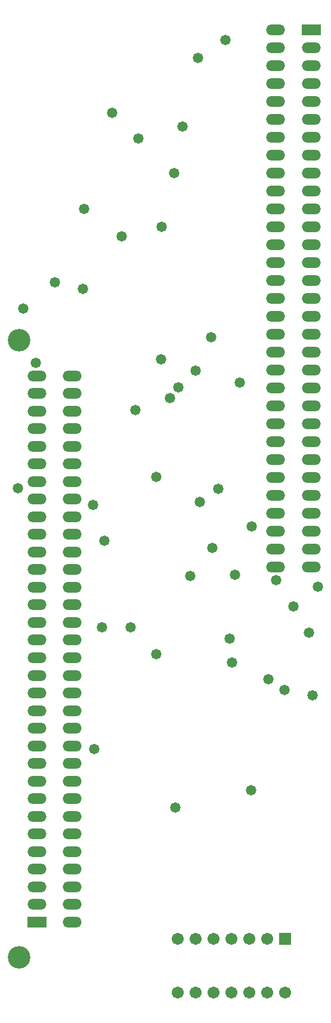
<source format=gts>
%FSLAX44Y44*%
%MOMM*%
G71*
G01*
G75*
G04 Layer_Color=8388736*
%ADD10C,0.2540*%
%ADD11C,1.5000*%
%ADD12R,1.5000X1.5000*%
%ADD13C,3.0000*%
%ADD14O,2.5000X1.3000*%
%ADD15R,2.5000X1.3000*%
%ADD16C,1.2700*%
%ADD17C,0.6000*%
%ADD18C,0.2500*%
%ADD19C,0.2000*%
%ADD20C,0.1524*%
%ADD21C,1.7032*%
%ADD22R,1.7032X1.7032*%
%ADD23C,3.2032*%
%ADD24O,2.7032X1.5032*%
%ADD25R,2.7032X1.5032*%
%ADD26C,1.4732*%
D21*
X556000Y277300D02*
D03*
X581400D02*
D03*
X606800D02*
D03*
X632200D02*
D03*
X657600D02*
D03*
X683000D02*
D03*
X708400D02*
D03*
X556000Y353500D02*
D03*
X581400D02*
D03*
X606800D02*
D03*
X632200D02*
D03*
X657600D02*
D03*
X683000D02*
D03*
D22*
X708400D02*
D03*
D23*
X331000Y327400D02*
D03*
Y1202400D02*
D03*
D24*
X356000Y1152400D02*
D03*
Y1127400D02*
D03*
Y1102400D02*
D03*
Y1077400D02*
D03*
Y1052400D02*
D03*
Y1027400D02*
D03*
Y1002400D02*
D03*
Y977400D02*
D03*
Y952400D02*
D03*
Y927400D02*
D03*
Y902400D02*
D03*
Y877400D02*
D03*
Y852400D02*
D03*
Y827400D02*
D03*
Y802400D02*
D03*
Y777400D02*
D03*
Y752400D02*
D03*
Y727400D02*
D03*
Y702400D02*
D03*
Y677400D02*
D03*
Y652400D02*
D03*
Y627400D02*
D03*
Y602400D02*
D03*
Y577400D02*
D03*
Y552400D02*
D03*
Y527400D02*
D03*
Y502400D02*
D03*
Y477400D02*
D03*
Y452400D02*
D03*
Y427400D02*
D03*
Y402400D02*
D03*
X406000Y1152400D02*
D03*
Y1127400D02*
D03*
Y1102400D02*
D03*
Y1077400D02*
D03*
Y1052400D02*
D03*
Y1027400D02*
D03*
Y1002400D02*
D03*
Y977400D02*
D03*
Y952400D02*
D03*
Y927400D02*
D03*
Y902400D02*
D03*
Y877400D02*
D03*
Y852400D02*
D03*
Y827400D02*
D03*
Y802400D02*
D03*
Y777400D02*
D03*
Y752400D02*
D03*
Y727400D02*
D03*
Y702400D02*
D03*
Y677400D02*
D03*
Y652400D02*
D03*
Y627400D02*
D03*
Y602400D02*
D03*
Y577400D02*
D03*
Y552400D02*
D03*
Y527400D02*
D03*
Y502400D02*
D03*
Y477400D02*
D03*
Y452400D02*
D03*
Y427400D02*
D03*
Y402400D02*
D03*
Y377400D02*
D03*
X746000Y881400D02*
D03*
Y906800D02*
D03*
Y932200D02*
D03*
Y957600D02*
D03*
Y983000D02*
D03*
Y1008400D02*
D03*
Y1033800D02*
D03*
Y1059200D02*
D03*
Y1084600D02*
D03*
Y1110000D02*
D03*
Y1135400D02*
D03*
Y1160800D02*
D03*
Y1186200D02*
D03*
Y1211600D02*
D03*
Y1237000D02*
D03*
Y1262400D02*
D03*
Y1287800D02*
D03*
Y1313200D02*
D03*
Y1338600D02*
D03*
Y1364000D02*
D03*
Y1389400D02*
D03*
Y1414800D02*
D03*
Y1440200D02*
D03*
Y1465600D02*
D03*
Y1491000D02*
D03*
Y1516400D02*
D03*
Y1541800D02*
D03*
Y1567200D02*
D03*
Y1592600D02*
D03*
Y1618000D02*
D03*
X695200Y881400D02*
D03*
Y906800D02*
D03*
Y932200D02*
D03*
Y957600D02*
D03*
Y983000D02*
D03*
Y1008400D02*
D03*
Y1033800D02*
D03*
Y1059200D02*
D03*
Y1084600D02*
D03*
Y1110000D02*
D03*
Y1135400D02*
D03*
Y1160800D02*
D03*
Y1186200D02*
D03*
Y1211600D02*
D03*
Y1237000D02*
D03*
Y1262400D02*
D03*
Y1287800D02*
D03*
Y1313200D02*
D03*
Y1338600D02*
D03*
Y1364000D02*
D03*
Y1389400D02*
D03*
Y1414800D02*
D03*
Y1440200D02*
D03*
Y1465600D02*
D03*
Y1491000D02*
D03*
Y1516400D02*
D03*
Y1541800D02*
D03*
Y1567200D02*
D03*
Y1592600D02*
D03*
Y1618000D02*
D03*
Y1643400D02*
D03*
D25*
X356000Y377400D02*
D03*
X746000Y1643400D02*
D03*
D26*
X552958Y539750D02*
D03*
X603718Y1206968D02*
D03*
X550704Y1440200D02*
D03*
X557022Y1136038D02*
D03*
X707644Y706628D02*
D03*
X545084Y1120394D02*
D03*
X696214Y862076D02*
D03*
X500380Y1488883D02*
D03*
X585216Y1603248D02*
D03*
X329438Y992886D02*
D03*
X562864Y1505712D02*
D03*
X525780Y757174D02*
D03*
X633476Y745998D02*
D03*
X533252Y1364000D02*
D03*
X495808Y1103884D02*
D03*
X354838Y1170692D02*
D03*
X463042Y1525778D02*
D03*
X624233Y1628648D02*
D03*
X581787Y1159659D02*
D03*
X684784Y721614D02*
D03*
X742442Y787654D02*
D03*
X476504Y1349756D02*
D03*
X421800Y1275400D02*
D03*
X423200Y1389200D02*
D03*
X382000Y1284600D02*
D03*
X337000Y1247600D02*
D03*
X489400Y795800D02*
D03*
X525400Y1009000D02*
D03*
X437200Y623000D02*
D03*
X587600Y973000D02*
D03*
X605600Y908400D02*
D03*
X574000Y868800D02*
D03*
X660200Y564200D02*
D03*
X451600Y918200D02*
D03*
X436200Y969200D02*
D03*
X637800Y870400D02*
D03*
X613400Y991800D02*
D03*
X720600Y825000D02*
D03*
X755000Y852800D02*
D03*
X661200Y939000D02*
D03*
X747600Y699400D02*
D03*
X629400Y779400D02*
D03*
X644400Y1142800D02*
D03*
X448400Y795400D02*
D03*
X532400Y1175600D02*
D03*
M02*

</source>
